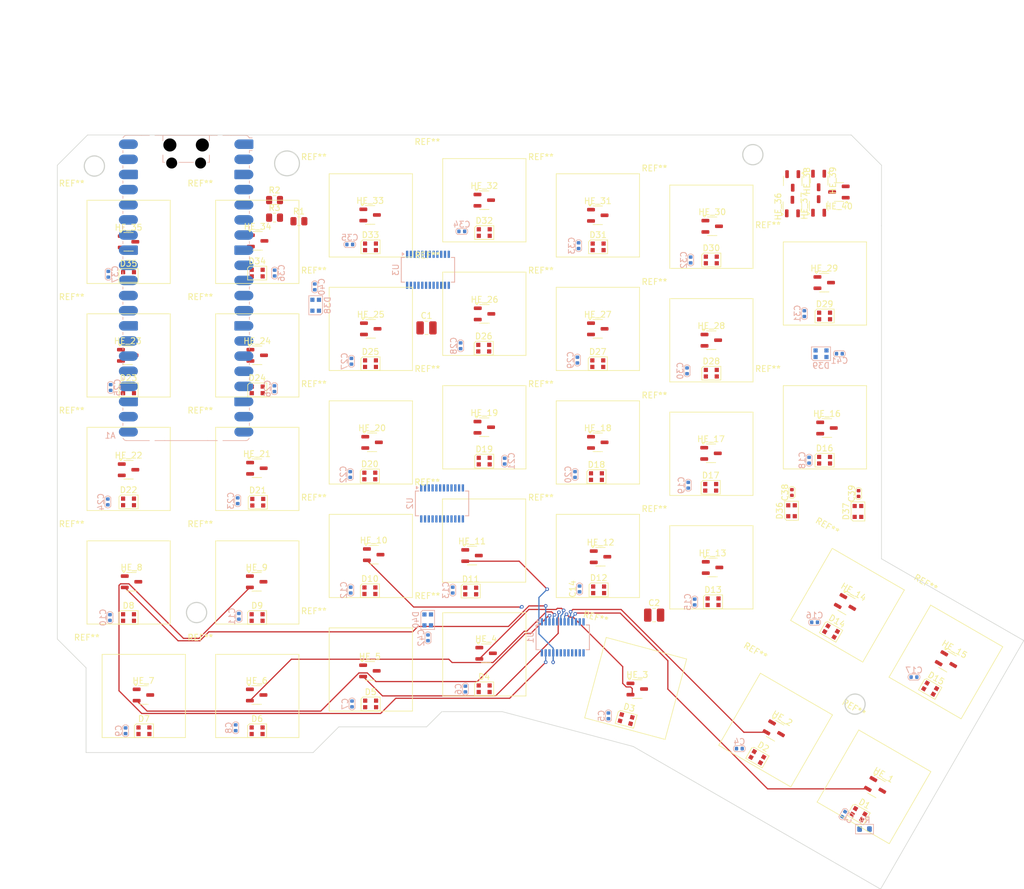
<source format=kicad_pcb>
(kicad_pcb (version 20241229) (generator "pcbnew") (generator_version "9.0")
  (layers (0 "F.Cu" signal) (2 "B.Cu" signal) (13 "F.Paste" user) (15 "B.Paste" user) (5 "F.SilkS" user "F.Silkscreen") (7 "B.SilkS" user "B.Silkscreen") (1 "F.Mask" user) (3 "B.Mask" user) (25 "Edge.Cuts" user))
  (net 0 "")
  (net 3 "/ANALOGUE_GND")
  (net 4 "GND")
  (net 5 "/MTP_BIN_0")
  (net 8 "/MTP_EN_2")
  (net 13 "/ANALOGUE_VIN")
  (net 14 "/MTP_EN_1")
  (net 18 "NEOPIXEL_DATA")
  (net 22 "/MTP_BIN_1")
  (net 23 "NEOPIXEL_POWER")
  (net 25 "/AN_SIG")
  (net 28 "/MTP_EN_0")
  (net 29 "/MTP_BIN_3")
  (net 30 "/MTP_BIN_2")
  (net 35 "Net-(HE_1-OUT)")
  (net 36 "Net-(HE_2-OUT)")
  (net 37 "Net-(HE_3-OUT)")
  (net 38 "Net-(HE_4-OUT)")
  (net 39 "Net-(HE_5-OUT)")
  (net 40 "Net-(HE_6-OUT)")
  (net 41 "Net-(HE_7-OUT)")
  (net 42 "Net-(HE_8-OUT)")
  (net 43 "Net-(HE_9-OUT)")
  (net 44 "Net-(HE_10-OUT)")
  (net 45 "Net-(HE_11-OUT)")
  (net 46 "Net-(HE_12-OUT)")
  (net 47 "Net-(HE_13-OUT)")
  (net 48 "Net-(HE_14-OUT)")
  (net 49 "Net-(HE_15-OUT)")
  (net 50 "Net-(HE_16-OUT)")
  (net 51 "Net-(HE_17-OUT)")
  (net 52 "Net-(HE_18-OUT)")
  (net 53 "Net-(HE_19-OUT)")
  (net 54 "Net-(HE_20-OUT)")
  (net 55 "Net-(HE_21-OUT)")
  (net 56 "Net-(HE_22-OUT)")
  (net 57 "Net-(HE_23-OUT)")
  (net 58 "Net-(HE_24-OUT)")
  (net 59 "Net-(HE_25-OUT)")
  (net 60 "Net-(HE_26-OUT)")
  (net 61 "Net-(HE_27-OUT)")
  (net 62 "Net-(HE_28-OUT)")
  (net 63 "Net-(HE_29-OUT)")
  (net 64 "Net-(HE_30-OUT)")
  (net 65 "Net-(HE_31-OUT)")
  (net 66 "Net-(HE_32-OUT)")
  (net 67 "Net-(HE_33-OUT)")
  (net 68 "Net-(HE_34-OUT)")
  (net 69 "Net-(HE_35-OUT)")
  (net 70 "Net-(HE_36-OUT)")
  (net 71 "Net-(HE_37-OUT)")
  (net 72 "Net-(HE_38-OUT)")
  (net 73 "Net-(HE_39-OUT)")
  (net 74 "Net-(HE_40-OUT)")
  (net 83 "Net-(D1-DOUT)")
  (net 84 "Net-(D1-DIN)")
  (net 85 "Net-(D3-DOUT)")
  (net 86 "Net-(D4-DOUT)")
  (net 87 "Net-(D5-DOUT)")
  (net 88 "Net-(D6-DOUT)")
  (net 89 "Net-(D7-DOUT)")
  (net 90 "Net-(D8-DOUT)")
  (net 91 "Net-(D10-DIN)")
  (net 92 "Net-(D10-DOUT)")
  (net 93 "Net-(D11-DOUT)")
  (net 94 "Net-(D12-DOUT)")
  (net 95 "Net-(D13-DOUT)")
  (net 96 "Net-(D14-DOUT)")
  (net 97 "Net-(D15-DOUT)")
  (net 98 "Net-(D16-DOUT)")
  (net 99 "Net-(D17-DOUT)")
  (net 100 "Net-(D18-DOUT)")
  (net 101 "Net-(D19-DOUT)")
  (net 102 "Net-(D20-DOUT)")
  (net 103 "Net-(D21-DOUT)")
  (net 104 "Net-(D22-DOUT)")
  (net 105 "Net-(D23-DOUT)")
  (net 106 "Net-(D24-DOUT)")
  (net 107 "Net-(D25-DOUT)")
  (net 108 "Net-(D26-DOUT)")
  (net 109 "Net-(D27-DOUT)")
  (net 110 "Net-(D28-DOUT)")
  (net 111 "Net-(D29-DOUT)")
  (net 112 "Net-(D30-DOUT)")
  (net 113 "Net-(D31-DOUT)")
  (net 114 "Net-(D32-DOUT)")
  (net 115 "Net-(D33-DOUT)")
  (net 116 "Net-(D34-DOUT)")
  (net 117 "Net-(D35-DOUT)")
  (net 118 "Net-(D36-DOUT)")
  (net 119 "Net-(D37-DOUT)")
  (net 120 "Net-(D38-DOUT)")
  (net 121 "Net-(D39-DOUT)")
  (net 123 "Net-(D2-DOUT)")
  (footprint "Package_TO_SOT_SMD:SOT-23-3" (layer "F.Cu") (at 107.790183 102.394942)
    (property "Reference" "HE_12")
    (property "Value" "~")
  )
  (footprint "he_kbd_footprint:SW_Cherry_MX_1.00u_ANALOGUE" (layer "F.Cu") (at 21.590183 99.694849)
    (property "Reference" "REF**")
    (property "Value" "SW_Cherry_MX_1.00u_ANALOGUE")
  )
  (footprint "Package_TO_SOT_SMD:SOT-23-3" (layer "F.Cu") (at 28.590183 49.54499)
    (property "Reference" "HE_35")
    (property "Value" "~")
  )
  (footprint "LED_SMD:LED_WS2812B-2020_PLCC4_2.0x2.0mm" (layer "F.Cu") (at 50.18013 54.794942)
    (property "Reference" "D34")
    (property "Value" "WS2812B-2020")
  )
  (footprint "Inductor_SMD:L_1008_2520Metric" (layer "F.Cu") (at 78.590183 63.994942)
    (property "Reference" "C1")
    (property "Value" "500u")
  )
  (footprint "Package_TO_SOT_SMD:SOT-23-3" (layer "F.Cu") (at 88.280037 80.659914)
    (property "Reference" "HE_19")
    (property "Value" "~")
  )
  (footprint "Package_TO_SOT_SMD:SOT-23-3" (layer "F.Cu") (at 69.127683 45.044942)
    (property "Reference" "HE_33")
    (property "Value" "~")
  )
  (footprint "Package_TO_SOT_SMD:SOT-23-3" (layer "F.Cu") (at 144.390183 39.257442 -90)
    (property "Reference" "HE_39")
    (property "Value" "~")
  )
  (footprint "LED_SMD:LED_WS2812B-2020_PLCC4_2.0x2.0mm" (layer "F.Cu") (at 126.275183 90.744942)
    (property "Reference" "D17")
    (property "Value" "WS2812B-2020")
  )
  (footprint "Package_TO_SOT_SMD:SOT-23-3" (layer "F.Cu") (at 107.329986 64.149954)
    (property "Reference" "HE_27")
    (property "Value" "~")
  )
  (footprint "he_kbd_footprint:SW_Cherry_MX_1.00u_ANALOGUE" (layer "F.Cu") (at 138.429893 73.659914)
    (property "Reference" "REF**")
    (property "Value" "SW_Cherry_MX_1.00u_ANALOGUE")
  )
  (footprint "LED_SMD:LED_WS2812B-2020_PLCC4_2.0x2.0mm" (layer "F.Cu") (at 69.075183 88.844942)
    (property "Reference" "D20")
    (property "Value" "WS2812B-2020")
  )
  (footprint "LED_SMD:LED_WS2812B-2020_PLCC4_2.0x2.0mm" (layer "F.Cu") (at 86.005183 108.144942)
    (property "Reference" "D11")
    (property "Value" "WS2812B-2020")
  )
  (footprint "LED_SMD:LED_WS2812B-2020_PLCC4_2.0x2.0mm" (layer "F.Cu") (at 28.590183 55.194942)
    (property "Reference" "D35")
    (property "Value" "WS2812B-2020")
  )
  (footprint "Package_TO_SOT_SMD:SOT-23-3" (layer "F.Cu") (at 107.329986 83.199907)
    (property "Reference" "HE_18")
    (property "Value" "~")
  )
  (footprint "Package_TO_SOT_SMD:SOT-23-3" (layer "F.Cu") (at 88.327683 61.644942)
    (property "Reference" "HE_26")
    (property "Value" "~")
  )
  (footprint "Package_TO_SOT_SMD:SOT-23-3" (layer "F.Cu") (at 86.227683 102.194942)
    (property "Reference" "HE_11")
    (property "Value" "~")
  )
  (footprint "LED_SMD:LED_WS2812B-2020_PLCC4_2.0x2.0mm" (layer "F.Cu") (at 28.590183 112.594942)
    (property "Reference" "D8")
    (property "Value" "WS2812B-2020")
  )
  (footprint "he_kbd_footprint:SW_Cherry_MX_1.00u_ANALOGUE" (layer "F.Cu") (at 21.590183 42.54499)
    (property "Reference" "REF**")
    (property "Value" "SW_Cherry_MX_1.00u_ANALOGUE")
  )
  (footprint "LED_SMD:LED_WS2812B-2020_PLCC4_2.0x2.0mm" (layer "F.Cu") (at 50.275183 93.244942)
    (property "Reference" "D21")
    (property "Value" "WS2812B-2020")
  )
  (footprint "Package_TO_SOT_SMD:SOT-23-3" (layer "F.Cu") (at 29.090183 106.594942)
    (property "Reference" "HE_8")
    (property "Value" "~")
  )
  (footprint "he_kbd_footprint:SW_Cherry_MX_1.00u_ANALOGUE" (layer "F.Cu") (at 100.329986 76.199907)
    (property "Reference" "REF**")
    (property "Value" "SW_Cherry_MX_1.00u_ANALOGUE")
  )
  (footprint "LED_SMD:LED_WS2812B-2020_PLCC4_2.0x2.0mm" (layer "F.Cu") (at 28.590183 74.394942)
    (property "Reference" "D23")
    (property "Value" "WS2812B-2020")
  )
  (footprint "he_kbd_footprint:SW_Cherry_MX_1.00u_ANALOGUE" (layer "F.Cu") (at 21.590183 80.644899)
    (property "Reference" "REF**")
    (property "Value" "SW_Cherry_MX_1.00u_ANALOGUE")
  )
  (footprint "Package_TO_SOT_SMD:SOT-23-3" (layer "F.Cu") (at 165.990183 119.994942 -30)
    (property "Reference" "HE_15")
    (property "Value" "~")
  )
  (footprint "Inductor_SMD:L_1008_2520Metric" (layer "F.Cu") (at 116.790183 112.194942)
    (property "Reference" "C2")
    (property "Value" "500u")
  )
  (footprint "LED_SMD:LED_WS2812B-2020_PLCC4_2.0x2.0mm" (layer "F.Cu") (at 126.379944 52.594942)
    (property "Reference" "D30")
    (property "Value" "WS2812B-2020")
  )
  (footprint "LED_SMD:LED_WS2812B-2020_PLCC4_2.0x2.0mm" (layer "F.Cu") (at 88.265019 124.544942)
    (property "Reference" "D4")
    (property "Value" "WS2812B-2020")
  )
  (footprint "PCM_Capacitor_SMD_AKL:C_0402_1005Metric" (layer "F.Cu") (at 139.905183 91.617988 90)
    (property "Reference" "C38")
    (property "Value" "1u" (hide yes))
  )
  (footprint "he_kbd_footprint:SW_Cherry_MX_1.00u_ANALOGUE" (layer "F.Cu") (at 119.379944 78.104906)
    (property "Reference" "REF**")
    (property "Value" "SW_Cherry_MX_1.00u_ANALOGUE")
  )
  (footprint "he_kbd_footprint:SW_Cherry_MX_1.00u_ANALOGUE" (layer "F.Cu") (at 43.18013 42.54499)
    (property "Reference" "REF**")
    (property "Value" "SW_Cherry_MX_1.00u_ANALOGUE")
  )
  (footprint "he_kbd_footprint:SW_Cherry_MX_1.00u_ANALOGUE" (layer "F.Cu") (at 43.18013 99.694849)
    (property "Reference" "REF**")
    (property "Value" "SW_Cherry_MX_1.00u_ANALOGUE")
  )
  (footprint "Package_TO_SOT_SMD:SOT-23-3" (layer "F.Cu") (at 139.990183 43.632442 90)
    (property "Reference" "HE_36")
    (property "Value" "~")
  )
  (footprint "Package_TO_SOT_SMD:SOT-23-3" (layer "F.Cu") (at 149.052683 110.394942 -30)
    (property "Reference" "HE_14")
    (property "Value" "~")
  )
  (footprint "Package_TO_SOT_SMD:SOT-23-3" (layer "F.Cu") (at 69.230083 64.149954)
    (property "Reference" "HE_25")
    (property "Value" "~")
  )
  (footprint "LED_SMD:LED_WS2812B-2020_PLCC4_2.0x2.0mm" (layer "F.Cu") (at 88.275183 86.344942)
    (property "Reference" "D19")
    (property "Value" "WS2812B-2020")
  )
  (footprint "LED_SMD:LED_WS2812B-2020_PLCC4_2.0x2.0mm" (layer "F.Cu") (at 145.390183 61.994942)
    (property "Reference" "D29")
    (property "Value" "WS2812B-2020")
  )
  (footprint "he_kbd_footprint:SW_Cherry_MX_1.00u_ANALOGUE" (layer "F.Cu") (at 81.280037 73.659914)
    (property "Reference" "REF**")
    (property "Value" "SW_Cherry_MX_1.00u_ANALOGUE")
  )
  (footprint "LED_SMD:LED_WS2812B-2020_PLCC4_2.0x2.0mm" (layer "F.Cu") (at 163.107596 124.528756 -30)
    (property "Reference" "D15")
    (property "Value" "WS2812B-2020")
  )
  (footprint "Package_TO_SOT_SMD:SOT-23-3" (layer "F.Cu") (at 31.090183 125.594942)
    (property "Reference" "HE_7")
    (property "Value" "~")
  )
  (footprint "he_kbd_footprint:SW_Cherry_MX_1.00u_ANALOGUE" (layer "F.Cu") (at 21.590183 61.594942)
    (property "Reference" "REF**")
    (property "Value" "SW_Cherry_MX_1.00u_ANALOGUE")
  )
  (footprint "he_kbd_footprint:SW_Cherry_MX_1.00u_ANALOGUE" (layer "F.Cu") (at 119.379944 40.004996)
    (property "Reference" "REF**")
    (property "Value" "SW_Cherry_MX_1.00u_ANALOGUE")
  )
  (footprint "LED_SMD:LED_WS2812B-2020_PLCC4_2.0x2.0mm" (layer "F.Cu") (at 69.190183 69.994942)
    (property "Reference" "D25")
    (property "Value" "WS2812B-2020")
  )
  (footprint "Package_TO_SOT_SMD:SOT-23-3" (layer "F.Cu") (at 126.527683 46.944942)
    (property "Reference" "HE_30")
    (property "Value" "~")
  )
  (footprint "LED_SMD:LED_WS2812B-2020_PLCC4_2.0x2.0mm" (layer "F.Cu") (at 50.165112 112.594942)
    (property "Reference" "D9")
    (property "Value" "WS2812B-2020")
  )
  (footprint "he_kbd_footprint:SW_Cherry_MX_1.00u_ANALOGUE" (layer "F.Cu") (at 119.379944 97.154855)
    (property "Reference" "REF**")
    (property "Value" "SW_Cherry_MX_1.00u_ANALOGUE")
  )
  (footprint "he_kbd_footprint:SW_Cherry_MX_1.00u_ANALOGUE" (layer "F.Cu") (at 62.230083 38.1)
    (property "Reference" "REF**")
    (property "Value" "SW_Cherry_MX_1.00u_ANALOGUE")
  )
  (footprint "he_kbd_footprint:SW_Cherry_MX_1.00u_ANALOGUE" (layer "F.Cu") (at 81.280037 35.560008)
    (property "Reference" "REF**")
    (property "Value" "SW_Cherry_MX_1.00u_ANALOGUE")
  )
  (footprint "LED_SMD:LED_WS2812B-2020_PLCC4_2.0x2.0mm" (layer "F.Cu") (at 69.215065 127.094942)
    (property "Reference" "D5")
    (property "Value" "WS2812B-2020")
  )
  (footprint "LED_SMD:LED_WS2812B-2020_PLCC4_2.0x2.0mm" (layer "F.Cu") (at 28.590183 93.194942)
    (property "Reference" "D22")
    (property "Value" "WS2812B-2020")
  )
  (footprint "Package_TO_SOT_SMD:SOT-23-3" (layer "F.Cu") (at 88.280037 42.560008)
    (property "Reference" "HE_32")
    (property "Value" "~")
  )
  (footprint "LED_SMD:LED_WS2812B-2020_PLCC4_2.0x2.0mm" (layer "F.Cu") (at 112.090183 129.644942 -15)
    (property "Reference" "D3")
    (property "Value" "WS2812B-2020")
  )
  (footprint "LED_SMD:LED_WS2812B-2020_PLCC4_2.0x2.0mm" (layer "F.Cu") (at 107.390183 50.394942)
    (property "Reference" "D31")
    (property "Value" "WS2812B-2020")
  )
  (footprint "he_kbd_footprint:SW_Cherry_MX_1.00u_ANALOGUE" (layer "F.Cu") (at 146.667099 100.947069 -30)
    (property "Reference" "REF**")
    (property "Value" "SW_Cherry_MX_1.00u_ANALOGUE")
  )
  (footprint "LED_SMD:LED_WS2812B-2020_PLCC4_2.0x2.0mm" (layer "F.Cu") (at 69.190183 50.394942)
    (property "Reference" "D33")
    (property "Value" "WS2812B-2020")
  )
  (footprint "he_kbd_footprint:SW_Cherry_MX_1.00u_ANALOGUE" (layer "F.Cu") (at 81.280037 54.60996)
    (property "Reference" "REF**")
    (property "Value" "SW_Cherry_MX_1.00u_ANALOGUE")
  )
  (footprint "he_kbd_footprint:SW_Cherry_MX_1.00u_ANALOGUE" (layer "F.Cu") (at 81.280037 111.759821)
    (property "Reference" "REF**")
    (property "Value" "SW_Cherry_MX_1.00u_ANALOGUE")
  )
  (footprint "Package_TO_SOT_SMD:SOT-23-3" (layer "F.Cu") (at 88.590183 118.594942)
    (property "Reference" "HE_4")
    (property "Value" "~")
  )
  (footprint "Package_TO_SOT_SMD:SOT-23-3" (layer "F.Cu") (at 126.327683 85.044942)
    (property "Reference" "HE_17")
    (property "Value" "~")
  )
  (footprint "Package_TO_SOT_SMD:SOT-23-3" (layer "F.Cu") (at 28.452683 68.594942)
    (property "Reference" "HE_23")
    (property "Value" "~")
  )
  (footprint "LED_SMD:LED_WS2812B-2020_PLCC4_2.0x2.0mm" (layer "F.Cu") (at 150.990183 94.794942 90)
    (property "Reference" "D37")
    (property "Value" "WS2812B-2020")
  )
  (footprint "Resistor_SMD:R_0805_2012Metric" (layer "F.Cu") (at 53.090183 45.49499)
    (property "Reference" "R3")
    (property "Value" "10k")
  )
  (footprint "LED_SMD:LED_WS2812B-2020_PLCC4_2.0x2.0mm" (layer "F.Cu") (at 126.675183 109.944942)
    (property "Reference" "D13")
    (property "Value" "WS2812B-2020")
  )
  (footprint "he_kbd_footprint:SW_Cherry_MX_1.00u_ANALOGUE" (layer "F.Cu") (at 62.230083 57.149954)
    (property "Reference" "REF**")
    (property "Value" "SW_Cherry_MX_1.00u_ANALOGUE")
  )
  (footprint "Package_TO_SOT_SMD:SOT-23-3" (layer "F.Cu") (at 69.452683 83.199907)
    (property "Reference" "HE_20")
    (property "Value" "~")
  )
  (footprint "LED_SMD:LED_WS2812B-2020_PLCC4_2.0x2.0mm" (layer "F.Cu") (at 31.175183 131.594942)
    (property "Reference" "D7")
    (property "Value" "WS2812B-2020")
  )
  (footprint "he_kbd_footprint:SW_Cherry_MX_1.00u_ANALOGUE" (layer "F.Cu") (at 62.230083 76.199907)
    (property "Reference" "REF**")
    (property "Value" "SW_Cherry_MX_1.00u_ANALOGUE")
  )
  (footprint "Package_TO_SOT_SMD:SOT-23-3" (layer "F.Cu") (at 145.327683 56.394942)
    (property "Reference" "HE_29")
    (property "Value" "~")
  )
  (footprint "Package_TO_SOT_SMD:SOT-23-3" (layer "F.Cu") (at 50.090183 125.594942)
    (property "Reference" "HE_6")
    (property "Value" "~")
  )
  (footprint "LED_SMD:LED_WS2812B-2020_PLCC4_2.0x2.0mm" (layer "F.Cu") (at 50.165112 131.594942)
    (property "Reference" "D6")
    (property "Value" "WS2812B-2020")
  )
  (footprint "Package_TO_SOT_SMD:SOT-23-3" (layer "F.Cu") (at 126.590183 104.194942)
    (property "Reference" "HE_13")
    (property "Value" "~")
  )
  (footprint "he_kbd_footprint:SW_Cherry_MX_1.00u_ANALOGUE" (layer "F.Cu") (at 163.177048 110.472048 -30)
    (property "Reference" "REF**")
    (property "Value" "SW_Cherry_MX_1.00u_ANALOGUE")
  )
  (footprint "LED_SMD:LED_WS2812B-2020_PLCC4_2.0x2.0mm" (layer "F.Cu") (at 146.475183 114.944942 -30)
    (property "Reference" "D14")
    (property "Value" "WS2812B-2020")
  )
  (footprint "LED_SMD:LED_WS2812B-2020_PLCC4_2.0x2.0mm" (layer "F.Cu") (at 69.090183 108.094942)
    (property "Reference" "D10")
    (property "Value" "WS2812B-2020")
  )
  (footprint "Package_TO_SOT_SMD:SOT-23-3" (layer "F.Cu") (at 126.379944 66.054949)
    (property "Reference" "HE_28")
    (property "Value" "~")
  )
  (footprint "Resistor_SMD:R_0805_2012Metric" (layer "F.Cu") (at 53.090183 42.54499)
    (property "Reference" "R2")
    (property "Value" "10k")
  )
  (footprint "he_kbd_footprint:SW_Cherry_MX_1.00u_ANALOGUE" (layer "F.Cu") (at 43.18013 118.744806)
    (property "Reference" "REF**")
    (property "Value" "SW_Cherry_MX_1.00u_ANALOGUE")
  )
  (footprint "LED_SMD:LED_WS2812B-2020_PLCC4_2.0x2.0mm" (layer "F.Cu") (at 151.090183 145.594942 -30)
    (property "Reference" "D1")
    (property "Value" "WS2812B-2020")
  )
  (footprint "he_kbd_footprint:SW_Cherry_MX_1.00u_ANALOGUE" (layer "F.Cu") (at 108.72467 115.905092 -15)
    (property "Reference" "REF**")
    (property "Value" "SW_Cherry_MX_1.00u_ANALOGUE")
  )
  (footprint "Package_TO_SOT_SMD:SOT-23-3" (layer "F.Cu") (at 69.727683 102.044942)
    (property "Reference" "HE_10")
    (property "Value" "~")
  )
  (footprint "Package_TO_SOT_SMD:SOT-23-3" (layer "F.Cu") (at 154.090183 141.094942 -30)
    (property "Reference" "HE_1")
    (property "Value" "~")
  )
  (footprint "LED_SMD:LED_WS2812B-2020_PLCC4_2.0x2.0mm" (layer "F.Cu") (at 107.105183 88.944942)
    (property "Reference" "D18")
    (property "Value" "WS2812B-2020")
  )
  (footprint "LED_SMD:LED_WS2812B-2020_PLCC4_2.0x2.0mm" (layer "F.Cu") (at 107.329986 69.994942)
    (property "Reference" "D27")
    (property "Value" "WS2812B-2020")
  )
  (footprint "Package_TO_SOT_SMD:SOT-23-3" (layer "F.Cu") (at 113.952683 124.594942)
    (property "Reference" "HE_3")
    (property "Value" "~")
  )
  (footprint "he_kbd_footprint:SW_Cherry_MX_1.00u_ANALOGUE" (layer "F.Cu") (at 100.329986 95.249864)
    (property "Reference" "REF**")
    (property "Value" "SW_Cherry_MX_1.00u_ANALOGUE")
  )
  (footprint "Package_TO_SOT_SMD:SOT-23-3" (layer "F.Cu") (at 28.590183 87.794942)
    (property "Reference" "HE_22")
    (property "Value" "~")
  )
  (footprint "LED_SMD:LED_WS2812B-2020_PLCC4_2.0x2.0mm" (layer "F.Cu") (at 88.190183 67.394942)
    (property "Reference" "D26")
    (property "Value" "WS2812B-2020")
  )
  (footprint "Package_TO_SOT_SMD:SOT-23-3" (layer "F.Cu") (at 69.090183 121.544942)
    (property "Reference" "HE_5")
    (property "Value" "~")
  )
  (footprint "he_kbd_footprint:SW_Cherry_MX_1.00u_ANALOGUE" (layer "F.Cu") (at 81.240183 92.669942)
    (property "Reference" "REF**")
    (property "Value" "SW_Cherry_MX_1.00u_ANALOGUE")
  )
  (footprint "LED_SMD:LED_WS2812B-2020_PLCC4_2.0x2.0mm" (layer "F.Cu") (at 107.475183 107.944942)
    (property "Reference" "D12")
    (property "Value" "WS2812B-2020")
  )
  (footprint "Package_TO_SOT_SMD:SOT-23-3" (layer "F.Cu") (at 107.329986 45.1)
    (property "Reference" "HE_31")
    (property "Value" "~")
  )
  (footprint "Package_TO_SOT_SMD:SOT-23-3" (layer "F.Cu") (at 147.790183 41.194942 180)
    (property "Reference" "HE_40")
    (property "Value" "~")
  )
  (footprint "he_kbd_footprint:SW_Cherry_MX_1.00u_ANALOGUE" (layer "F.Cu") (at 100.329986 57.149954)
    (property "Reference" "REF**")
    (property "Value" "SW_Cherry_MX_1.00u_ANALOGUE")
  )
  (footprint "he_kbd_footprint:SW_Cherry_MX_1.00u_ANALOGUE" (layer "F.Cu") (at 100.329986 38.1)
    (property "Reference" "REF**")
    (property "Value" "SW_Cherry_MX_1.00u_ANALOGUE")
  )
  (footprint "Package_TO_SOT_SMD:SOT-23-3" (layer "F.Cu") (at 50.127683 87.544942)
    (property "Reference" "HE_21")
    (property "Value" "~")
  )
  (footprint "he_kbd_footprint:SW_Cherry_MX_1.00u_ANALOGUE" (layer "F.Cu") (at 24.130176 118.744806)
    (property "Reference" "REF**")
    (property "Value" "SW_Cherry_MX_1.00u_ANALOGUE")
  )
  (footprint "Package_TO_SOT_SMD:SOT-23-3" (layer "F.Cu") (at 145.790183 80.794942)
    (property "Reference" "HE_16")
    (property "Value" "~")
  )
  (footprint "LED_SMD:LED_WS2812B-2020_PLCC4_2.0x2.0mm" (layer "F.Cu") (at 50.190183 74.394942)
    (property "Reference" "D24")
    (property "Value" "WS2812B-2020")
  )
  (footprint "he_kbd_footprint:SW_Cherry_MX_1.00u_ANALOGUE" (layer "F.Cu") (at 62.230083 95.249864)
    (property "Reference" "REF**")
    (property "Value" "SW_Cherry_MX_1.00u_ANALOGUE")
  )
  (footprint "Resistor_SMD:R_0805_2012Metric" (layer "F.Cu") (at 57.177683 46.094942)
    (property "Reference" "R1")
    (property "Value" "10k")
  )
  (footprint "he_kbd_footprint:SW_Cherry_MX_1.00u_ANALOGUE" (layer "F.Cu") (at 119.379944 59.054949)
    (property "Reference" "REF**")
    (property "Value" "SW_Cherry_MX_1.00u_ANALOGUE")
  )
  (footprint "he_kbd_footprint:SW_Cherry_MX_1.00u_ANALOGUE" (layer "F.Cu") (at 138.429893 49.529972)
    (property "Reference" "REF**")
    (property "Value" "SW_Cherry_MX_1.00u_ANALOGUE")
  )
  (footprint "Package_TO_SOT_SMD:SOT-23-3" (layer "F.Cu") (at 144.390183 43.532442 90)
    (property "Reference" "HE_37")
    (property "Value" "~")
  )
  (footprint "LED_SMD:LED_WS2812B-2020_PLCC4_2.0x2.0mm" (layer "F.Cu") (at 139.840183 94.679942 90)
    (property "Reference" "D36")
    (property "Value" "WS2812B-2020")
  )
  (footprint "Package_TO_SOT_SMD:SOT-23-3" (layer "F.Cu") (at 137.090183 131.594942 -30)
    (property "Reference" "HE_2")
    (property "Value" "~")
  )
  (footprint "Package_TO_SOT_SMD:SOT-23-3" (layer "F.Cu") (at 140.040183 39.332442 -90)
    (property "Reference" "HE_38")
    (property "Value" "~")
  )
  (footprint "Package_TO_SOT_SMD:SOT-23-3" (layer "F.Cu") (at 50.090183 106.594942)
    (property "Reference" "HE_9")
    (property "Value" "~")
  )
  (footprint "LED_SMD:LED_WS2812B-2020_PLCC4_2.0x2.0mm" (layer "F.Cu") (at 145.390183 86.194942)
    (property "Reference" "D16")
    (property "Value" "WS2812B-2020")
  )
  (footprint "he_kbd_footprint:SW_Cherry_MX_1.00u_ANALOGUE" (layer "F.Cu") (at 134.602127 121.902017 -30)
    (property "Reference" "REF**")
    (property "Value" "SW_Cherry_MX_1.00u_ANALOGUE")
  )
  (footprint "he_kbd_footprint:SW_Cherry_MX_1.00u_ANALOGUE" (layer "F.Cu") (at 43.18013 80.644899)
    (property "Reference" "REF**")
    (property "Value" "SW_Cherry_MX_1.00u_ANALOGUE")
  )
  (footprint "LED_SMD:LED_WS2812B-2020_PLCC4_2.0x2.0mm" (layer "F.Cu") (at 126.379944 71.594942)
    (property "Reference" "D28")
    (property "Value" "WS2812B-2020")
  )
  (footprint "he_kbd_footprint:SW_Cherry_MX_1.00u_ANALOGUE" (layer "F.Cu") (at 43.18013 61.594942)
    (property "Reference" "REF**")
    (property "Value" "SW_Cherry_MX_1.00u_ANALOGUE")
  )
  (footprint "he_kbd_footprint:SW_Cherry_MX_1.00u_ANALOGUE" (layer "F.Cu") (at 62.230083 114.299814)
    (property "Reference" "REF**")
    (property "Value" "SW_Cherry_MX_1.00u_ANALOGUE")
  )
  (footprint "LED_SMD:LED_WS2812B-2020_PLCC4_2.0x2.0mm" (layer "F.Cu") (at 134.107596 136.028756 -30)
    (property "Reference" "D2")
    (property "Value" "WS2812B-2020")
  )
  (footprint "PCM_Capacitor_SMD_AKL:C_0402_1005Metric" (layer "F.Cu") (at 151.090183 91.789942 90)
    (property "Reference" "C39")
    (property "Value" "1u" (hide yes))
  )
  (footprint "he_kbd_footprint:SW_Cherry_MX_1.00u_ANALOGUE" (layer "F.Cu") (at 151.112076 131.426996 -30)
    (property "Reference" "REF**")
    (property "Value" "SW_Cherry_MX_1.00u_ANALOGUE")
  )
  (footprint "LED_SMD:LED_WS2812B-2020_PLCC4_2.0x2.0mm" (layer "F.Cu") (at 88.280037 47.994942)
    (property "Reference" "D32")
    (property "Value" "WS2812B-2020")
  )
  (footprint "Package_TO_SOT_SMD:SOT-23-3" (layer "F.Cu") (at 50.18013 68.594942)
    (property "Reference" "HE_24")
    (property "Value" "~")
  )
  (footprint "Package_TO_SOT_SMD:SOT-23-3" (layer "F.Cu") (at 50.252683 49.394942)
    (property "Reference" "HE_34")
    (property "Value" "~")
  )
  (footprint "PCM_Capacitor_SMD_AKL:C_0402_1005Metric" (layer "B.Cu") (at 82.990183 107.994942 -90)
    (property "Reference" "C13")
    (property "Value" "1u" (hide yes))
  )
  (footprint "PCM_Capacitor_SMD_AKL:C_0402_1005Metric" (layer "B.Cu") (at 25.190183 54.994942 90)
    (property "Reference" "C37")
    (property "Value" "1u" (hide yes))
  )
  (footprint "Package_SO:SSOP-24_3.9x8.7mm_P0.635mm" (layer "B.Cu") (at 81.197683 93.444942 -90)
    (property "Reference" "U2")
    (property "Value" "CD74HC4067M")
  )
  (footprint "LED_SMD:LED_WS2812B-2020_PLCC4_2.0x2.0mm" (layer "B.Cu") (at 59.990183 60.194942 90)
    (property "Reference" "D38")
    (property "Value" "WS2812B-2020")
  )
  (footprint "PCM_Capacitor_SMD_AKL:C_0402_1005Metric" (layer "B.Cu") (at 53.110183 54.794942 90)
    (property "Reference" "C36")
    (property "Value" "1u" (hide yes))
  )
  (footprint "PCM_Capacitor_SMD_AKL:C_0402_1005Metric" (layer "B.Cu") (at 25.590183 73.994942 90)
    (property "Reference" "C25")
    (property "Value" "1u" (hide yes))
  )
  (footprint "PCM_Capacitor_SMD_AKL:C_0402_1005Metric" (layer "B.Cu") (at 104.270183 107.794942 -90)
    (property "Reference" "C14")
    (property "Value" "1u" (hide yes))
  )
  (footprint "PCM_Capacitor_SMD_AKL:C_0402_1005Metric" (layer "B.Cu") (at 85.110183 124.594942 -90)
    (property "Reference" "C6")
    (property "Value" "1u" (hide yes))
  )
  (footprint "PCM_Capacitor_SMD_AKL:C_0402_1005Metric" (layer "B.Cu") (at 141.990183 61.594942 -90)
    (property "Reference" "C31")
    (property "Value" "1u" (hide yes))
  )
  (footprint "PCM_Capacitor_SMD_AKL:C_0402_1005Metric" (layer "B.Cu") (at 65.990183 69.594942 -90)
    (property "Reference" "C27")
    (property "Value" "1u" (hide yes))
  )
  (footprint "PCM_Capacitor_SMD_AKL:C_0402_1005Metric" (layer "B.Cu") (at 103.510183 88.594942 -90)
    (property "Reference" "C20")
    (property "Value" "1u" (hide yes))
  )
  (footprint "PCM_Capacitor_SMD_AKL:C_0402_1005Metric" (layer "B.Cu") (at 59.840183 57.109942 90)
    (property "Reference" "C40")
    (property "Value" "1u" (hide yes))
  )
  (footprint "PCM_Capacitor_SMD_AKL:C_0402_1005Metric" (layer "B.Cu") (at 25.470183 112.594942 -90)
    (property "Reference" "C10")
    (property "Value" "1u" (hide yes))
  )
  (footprint "PCM_Capacitor_SMD_AKL:C_0402_1005Metric" (layer "B.Cu") (at 122.510183 90.394942 -90)
    (property "Reference" "C19")
    (property "Value" "1u" (hide yes))
  )
  (footprint "PCM_Capacitor_SMD_AKL:C_0402_1005Metric" (layer "B.Cu") (at 78.840183 115.999942 -90)
    (property "Reference" "C42")
    (property "Value" "1u" (hide yes))
  )
  (footprint "PCM_Capacitor_SMD_AKL:C_0402_1005Metric" (layer "B.Cu") (at 148.590183 145.594942 60)
    (property "Reference" "C3")
    (property "Value" "1u" (hide yes))
  )
  (footprint "PCM_Capacitor_SMD_AKL:C_0402_1005Metric" (layer "B.Cu") (at 84.510183 47.794942 180)
    (property "Reference" "C34")
    (property "Value" "1u" (hide yes))
  )
  (footprint "LED_SMD:LED_WS2812B-2020_PLCC4_2.0x2.0mm" (layer "B.Cu") (at 144.790183 68.329942)
    (property "Reference" "D39")
    (property "Value" "WS2812B-2020")
  )
  (footprint "Module:RaspberryPi_Pico_Common_SMD" (layer "B.Cu") (at 38.252947 57.299808 180)
    (property "Reference" "A1")
    (property "Value" "RaspberryPi_Pico")
  )
  (footprint "PCM_Capacitor_SMD_AKL:C_0402_1005Metric" (layer "B.Cu") (at 142.790183 86.194942 -90)
    (property "Reference" "C18")
    (property "Value" "1u" (hide yes))
  )
  (footprint "Package_SO:SSOP-24_3.9x8.7mm_P0.635mm" (layer "B.Cu") (at 78.832683 54.244942 -90)
    (property "Reference" "U3")
    (property "Value" "CD74HC4067M")
  )
  (footprint "PCM_Capacitor_SMD_AKL:C_0402_1005Metric" (layer "B.Cu") (at 65.870183 107.994942 -90)
    (property "Reference" "C12")
    (property "Value" "1u" (hide yes))
  )
  (footprint "PCM_Resistor_SMD_AKL:R_0603_1608Metric" (layer "B.Cu") (at 152.090183 148.094942 180)
    (property "Reference" "R4")
    (property "Value" "400" (hide yes))
  )
  (footprint "PCM_Capacitor_SMD_AKL:C_0402_1005Metric" (layer "B.Cu") (at 91.710183 86.344942 90)
    (property "Reference" "C21")
    (property "Value" "1u" (hide yes))
  )
  (footprint "PCM_Capacitor_SMD_AKL:C_0402_1005Metric" (layer "B.Cu") (at 109.110183 129.094942 -90)
    (property "Reference" "C5")
    (property "Value" "1u" (hide yes))
  )
  (footprint "PCM_Capacitor_SMD_AKL:C_0402_1005Metric" (layer "B.Cu") (at 131.090183 134.594942 180)
    (property "Reference" "C4")
    (property "Value" "1u" (hide yes))
  )
  (footprint "PCM_Capacitor_SMD_AKL:C_0402_1005Metric" (layer "B.Cu") (at 103.910183 69.394942 -90)
    (property "Reference" "C29")
    (property "Value" "1u" (hide yes))
  )
  (footprint "PCM_Capacitor_SMD_AKL:C_0402_1005Metric" (layer "B.Cu") (at 47.110183 112.394942 -90)
    (property "Reference" "C11")
    (property "Value" "1u" (hide yes))
  )
  (footprint "PCM_Capacitor_SMD_AKL:C_0402_1005Metric" (layer "B.Cu") (at 147.875183 68.329942)
    (property "Reference" "C41")
    (property "Value" "1u" (hide yes))
  )
  (footprint "PCM_Capacitor_SMD_AKL:C_0402_1005Metric" (layer "B.Cu") (at 122.910183 52.594942 -90)
    (property "Reference" "C32")
    (property "Value" "1u" (hide yes))
  )
  (footprint "PCM_Capacitor_SMD_AKL:C_0402_1005Metric" (layer "B.Cu") (at 53.070183 74.194942 -90)
    (property "Reference" "C26")
    (property "Value" "1u" (hide yes))
  )
  (footprint "PCM_Capacitor_SMD_AKL:C_0402_1005Metric" (layer "B.Cu") (at 65.790183 88.594942 -90)
    (property "Reference" "C22")
    (property "Value" "1u" (hide yes))
  )
  (footprint "PCM_Capacitor_SMD_AKL:C_0402_1005Metric" (layer "B.Cu") (at 123.590183 109.994942 -90)
    (property "Reference" "C15")
    (property "Value" "1u" (hide yes))
  )
  (footprint "PCM_Capacitor_SMD_AKL:C_0402_1005Metric" (layer "B.Cu") (at 66.090183 127.094942 -90)
    (property "Reference" "C7")
    (property "Value" "1u" (hide yes))
  )
  (footprint "PCM_Capacitor_SMD_AKL:C_0402_1005Metric" (layer "B.Cu") (at 104.110183 50.194942 -90)
    (property "Reference" "C33")
    (property "Value" "1u" (hide yes))
  )
  (footprint "PCM_Capacitor_SMD_AKL:C_0402_1005Metric" (layer "B.Cu") (at 46.910183 92.994942 -90)
    (property "Reference" "C23")
    (property "Value" "1u" (hide yes))
  )
  (footprint "PCM_Capacitor_SMD_AKL:C_0402_1005Metric" (layer "B.Cu") (at 122.310183 71.194942 -90)
    (property "Reference" "C30")
    (property "Value" "1u" (hide yes))
  )
  (footprint "LED_SMD:LED_WS2812B-2020_PLCC4_2.0x2.0mm" (layer "B.Cu") (at 78.790183 112.994942 -90)
    (property "Reference" "D40")
    (property "Value" "WS2812B-2020")
  )
  (footprint "PCM_Capacitor_SMD_AKL:C_0402_1005Metric" (layer "B.Cu") (at 84.310183 66.994942 -90)
    (property "Reference" "C28")
    (property "Value" "1u" (hide yes))
  )
  (footprint "PCM_Capacitor_SMD_AKL:C_0402_1005Metric" (layer "B.Cu") (at 46.570183 131.094942 -90)
    (property "Reference" "C8")
    (property "Value" "1u" (hide yes))
  )
  (footprint "PCM_Capacitor_SMD_AKL:C_0402_1005Metric" (layer "B.Cu") (at 65.710183 49.994942 180)
    (property "Reference" "C35")
    (property "Value" "1u" (hide yes))
  )
  (footprint "PCM_Capacitor_SMD_AKL:C_0402_1005Metric" (layer "B.Cu") (at 143.710183 113.394942 180)
    (property "Reference" "C16")
    (property "Value" "1u" (hide yes))
  )
  (footprint "PCM_Capacitor_SMD_AKL:C_0402_1005Metric" (layer "B.Cu") (at 160.390183 122.594942 180)
    (property "Reference" "C17")
    (property "Value" "1u" (hide yes))
  )
  (footprint "PCM_Capacitor_SMD_AKL:C_0402_1005Metric" (layer "B.Cu") (at 25.110183 93.194942 -90)
    (property "Reference" "C24")
    (property "Value" "1u" (hide yes))
  )
  (footprint "Package_SO:SSOP-24_3.9x8.7mm_P0.635mm" (layer "B.Cu") (at 101.447683 115.919942 -90)
    (property "Reference" "U1")
    (property "Value" "CD74HC4067M")
  )
  (footprint "PCM_Capacitor_SMD_AKL:C_0402_1005Metric" (layer "B.Cu") (at 28.090183 131.594942 -90)
    (property "Reference" "C9")
    (property "Value" "1u" (hide yes))
  )
  (gr_poly (pts (xy 40.09294 110.067903) (xy 40.178988 110.074446) (xy 40.263785 110.085221) (xy 40.347225 110.100122) (xy 40.429201 110.119042) (xy 40.509606 110.141874) (xy 40.588334 110.168513) (xy 40.665279 110.198851) (xy 40.740334 110.232782) (xy 40.813393 110.270201) (xy 40.884349 110.310999) (xy 40.953095 110.355072) (xy 41.019526 110.402311) (xy 41.083535 110.452612) (xy 41.145015 110.505867) (xy 41.20386 110.56197) (xy 41.259963 110.620815) (xy 41.313219 110.682295) (xy 41.36352 110.746303) (xy 41.41076 110.812734) (xy 41.454832 110.881481) (xy 41.495631 110.952436) (xy 41.533049 111.025495) (xy 41.566981 111.100549) (xy 41.597319 111.177494) (xy 41.623958 111.256222) (xy 41.64679 111.336627) (xy 41.66571 111.418602) (xy 41.680611 111.502042) (xy 41.691386 111.586839) (xy 41.697929 111.672887) (xy 41.700134 111.76008) (xy 41.697929 111.847272) (xy 41.691386 111.93332) (xy 41.680611 112.018116) (xy 41.66571 112.101556) (xy 41.64679 112.183531) (xy 41.623958 112.263935) (xy 41.597319 112.342663) (xy 41.566981 112.419608) (xy 41.533049 112.494662) (xy 41.495631 112.567721) (xy 41.454832 112.638676) (xy 41.41076 112.707423) (xy 41.36352 112.773853) (xy 41.313219 112.837862) (xy 41.259963 112.899342) (xy 41.20386 112.958187) (xy 41.145015 113.01429) (xy 41.083535 113.067546) (xy 41.019526 113.117847) (xy 40.953095 113.165087) (xy 40.884349 113.209159) (xy 40.813393 113.249958) (xy 40.740334 113.287376) (xy 40.665279 113.321308) (xy 40.588334 113.351647) (xy 40.509606 113.378285) (xy 40.429201 113.401118) (xy 40.347225 113.420038) (xy 40.263785 113.434939) (xy 40.178988 113.445714) (xy 40.09294 113.452257) (xy 40.005747 113.454462) (xy 39.918554 113.452257) (xy 39.832506 113.445714) (xy 39.747708 113.434939) (xy 39.664269 113.420038) (xy 39.582293 113.401118) (xy 39.501888 113.378285) (xy 39.42316 113.351647) (xy 39.346215 113.321308) (xy 39.27116 113.287376) (xy 39.198102 113.249958) (xy 39.127146 113.209159) (xy 39.0584 113.165087) (xy 38.991969 113.117847) (xy 38.92796 113.067546) (xy 38.86648 113.01429) (xy 38.807635 112.958187) (xy 38.751532 112.899342) (xy 38.698276 112.837862) (xy 38.647975 112.773853) (xy 38.600736 112.707423) (xy 38.556663 112.638676) (xy 38.515864 112.567721) (xy 38.478446 112.494662) (xy 38.444514 112.419608) (xy 38.414176 112.342663) (xy 38.387537 112.263935) (xy 38.364705 112.183531) (xy 38.345785 112.101556) (xy 38.330884 112.018116) (xy 38.320109 111.93332) (xy 38.313566 111.847272) (xy 38.311361 111.76008) (xy 38.313566 111.672887) (xy 38.320109 111.586839) (xy 38.330884 111.502042) (xy 38.345785 111.418602) (xy 38.364705 111.336627) (xy 38.387537 111.256222) (xy 38.414176 111.177494) (xy 38.444514 111.100549) (xy 38.478446 111.025495) (xy 38.515864 110.952436) (xy 38.556663 110.881481) (xy 38.600736 110.812734) (xy 38.647975 110.746303) (xy 38.698276 110.682295) (xy 38.751532 110.620815) (xy 38.807635 110.56197) (xy 38.86648 110.505867) (xy 38.92796 110.452612) (xy 38.991969 110.402311) (xy 39.0584 110.355072) (xy 39.127146 110.310999) (xy 39.198102 110.270201) (xy 39.27116 110.232782) (xy 39.346215 110.198851) (xy 39.42316 110.168513) (xy 39.501888 110.141874) (xy 39.582293 110.119042) (xy 39.664269 110.100122) (xy 39.747708 110.085221) (xy 39.832506 110.074446) (xy 39.918554 110.067903) (xy 40.005747 110.065698)) (stroke (width 0.199999)) (fill no) (layer "Edge.Cuts"))
  (gr_line (start 154.93985 36.703004) (end 149.859863 31.623017) (stroke (width 0.099999)) (layer "Edge.Cuts"))
  (gr_line (start 149.859863 31.623017) (end 21.717182 31.623017) (stroke (width 0.099999)) (layer "Edge.Cuts"))
  (gr_line (start 16.637195 36.703004) (end 16.637195 40.004996) (stroke (width 0.099999)) (layer "Edge.Cuts"))
  (gr_curve (pts (xy 59.563087 135.254762) (xy 61.002418 133.815431) (xy 62.441749 132.376108) (xy 63.881077 130.936777)) (stroke (width 0.099999)) (layer "Edge.Cuts"))
  (gr_poly (pts (xy 22.947982 35.138) (xy 23.03403 35.144543) (xy 23.118827 35.155318) (xy 23.202267 35.170219) (xy 23.284243 35.189139) (xy 23.364648 35.211972) (xy 23.443376 35.23861) (xy 23.520321 35.268949) (xy 23.595375 35.30288) (xy 23.668434 35.340298) (xy 23.73939 35.381097) (xy 23.808136 35.42517) (xy 23.874567 35.47241) (xy 23.938576 35.522711) (xy 24.000056 35.575966) (xy 24.058901 35.632069) (xy 24.115005 35.690914) (xy 24.16826 35.752394) (xy 24.218561 35.816403) (xy 24.265801 35.882834) (xy 24.309873 35.95158) (xy 24.350672 36.022536) (xy 24.388091 36.095595) (xy 24.422022 36.170649) (xy 24.452361 36.247594) (xy 24.478999 36.326322) (xy 24.501832 36.406727) (xy 24.520752 36.488703) (xy 24.535652 36.572143) (xy 24.546428 36.65694) (xy 24.552971 36.742988) (xy 24.555176 36.830181) (xy 24.552971 36.917374) (xy 24.546428 37.003422) (xy 24.535652 37.088219) (xy 24.520752 37.171659) (xy 24.501832 37.253635) (xy 24.478999 37.33404) (xy 24.452361 37.412768) (xy 24.422022 37.489713) (xy 24.388091 37.564768) (xy 24.350672 37.637826) (xy 24.309873 37.708782) (xy 24.265801 37.777529) (xy 24.218561 37.84396) (xy 24.16826 37.907968) (xy 24.115005 37.969448) (xy 24.058901 38.028293) (xy 24.000056 38.084397) (xy 23.938576 38.137652) (xy 23.874567 38.187953) (xy 23.808136 38.235193) (xy 23.73939 38.279265) (xy 23.668434 38.320064) (xy 23.595375 38.357483) (xy 23.520321 38.391414) (xy 23.443376 38.421752) (xy 23.364648 38.448391) (xy 23.284243 38.471224) (xy 23.202267 38.490143) (xy 23.118827 38.505044) (xy 23.03403 38.515819) (xy 22.947982 38.522363) (xy 22.860789 38.524567) (xy 22.773596 38.522363) (xy 22.687548 38.515819) (xy 22.602751 38.505044) (xy 22.519311 38.490143) (xy 22.437335 38.471224) (xy 22.35693 38.448391) (xy 22.278202 38.421752) (xy 22.201257 38.391414) (xy 22.126202 38.357483) (xy 22.053144 38.320064) (xy 21.982188 38.279265) (xy 21.913441 38.235193) (xy 21.84701 38.187953) (xy 21.783002 38.137652) (xy 21.721522 38.084397) (xy 21.662677 38.028293) (xy 21.606573 37.969448) (xy 21.553318 37.907968) (xy 21.503017 37.84396) (xy 21.455777 37.777529) (xy 21.411704 37.708782) (xy 21.370906 37.637826) (xy 21.333487 37.564768) (xy 21.299555 37.489713) (xy 21.269217 37.412768) (xy 21.242578 37.33404) (xy 21.219746 37.253635) (xy 21.200826 37.171659) (xy 21.185925 37.088219) (xy 21.17515 37.003422) (xy 21.168607 36.917374) (xy 21.166402 36.830181) (xy 21.168607 36.742988) (xy 21.17515 36.65694) (xy 21.185925 36.572143) (xy 21.200826 36.488703) (xy 21.219746 36.406727) (xy 21.242578 36.326322) (xy 21.269217 36.247594) (xy 21.299555 36.170649) (xy 21.333487 36.095595) (xy 21.370906 36.022536) (xy 21.411704 35.95158) (xy 21.455777 35.882834) (xy 21.503017 35.816403) (xy 21.553318 35.752394) (xy 21.606573 35.690914) (xy 21.662677 35.632069) (xy 21.721522 35.575966) (xy 21.783002 35.522711) (xy 21.84701 35.47241) (xy 21.913441 35.42517) (xy 21.982188 35.381097) (xy 22.053144 35.340298) (xy 22.126202 35.30288) (xy 22.201257 35.268949) (xy 22.278202 35.23861) (xy 22.35693 35.211972) (xy 22.437335 35.189139) (xy 22.519311 35.170219) (xy 22.602751 35.155318) (xy 22.687548 35.144543) (xy 22.773596 35.138) (xy 22.860789 35.135795)) (stroke (width 0.199999)) (fill no) (layer "Edge.Cuts"))
  (gr_poly (pts (xy 150.582569 125.434862) (xy 150.668616 125.441405) (xy 150.753413 125.45218) (xy 150.836852 125.467081) (xy 150.918827 125.486001) (xy 150.999232 125.508833) (xy 151.077959 125.535472) (xy 151.154904 125.565811) (xy 151.229959 125.599742) (xy 151.303017 125.637161) (xy 151.373973 125.67796) (xy 151.442719 125.722032) (xy 151.50915 125.769272) (xy 151.573158 125.819573) (xy 151.634638 125.872829) (xy 151.693483 125.928932) (xy 151.749587 125.987777) (xy 151.802842 126.049257) (xy 151.853143 126.113265) (xy 151.900383 126.179696) (xy 151.944455 126.248443) (xy 151.985254 126.319398) (xy 152.022673 126.392456) (xy 152.056604 126.467511) (xy 152.086943 126.544456) (xy 152.113582 126.623183) (xy 152.136414 126.703588) (xy 152.155334 126.785563) (xy 152.170235 126.869002) (xy 152.18101 126.953799) (xy 152.187553 127.039846) (xy 152.189758 127.127039) (xy 152.187553 127.214232) (xy 152.18101 127.30028) (xy 152.170235 127.385077) (xy 152.155334 127.468517) (xy 152.136414 127.550492) (xy 152.113582 127.630897) (xy 152.086943 127.709626) (xy 152.056604 127.786571) (xy 152.022673 127.861626) (xy 151.985254 127.934684) (xy 151.944455 128.00564) (xy 151.900383 128.074387) (xy 151.853143 128.140818) (xy 151.802842 128.204827) (xy 151.749587 128.266307) (xy 151.693483 128.325152) (xy 151.634638 128.381256) (xy 151.573158 128.434511) (xy 151.50915 128.484812) (xy 151.442719 128.532052) (xy 151.373973 128.576125) (xy 151.303017 128.616924) (xy 151.229959 128.654342) (xy 151.154904 128.688274) (xy 151.077959 128.718613) (xy 150.999232 128.745251) (xy 150.918827 128.768084) (xy 150.836852 128.787004) (xy 150.753413 128.801905) (xy 150.668616 128.81268) (xy 150.582569 128.819223) (xy 150.495376 128.821428) (xy 150.408183 128.819223) (xy 150.322134 128.81268) (xy 150.237336 128.801905) (xy 150.153896 128.787004) (xy 150.07192 128.768084) (xy 149.991514 128.745251) (xy 149.912785 128.718613) (xy 149.83584 128.688274) (xy 149.760785 128.654342) (xy 149.687726 128.616924) (xy 149.616769 128.576125) (xy 149.548022 128.532052) (xy 149.481591 128.484812) (xy 149.417582 128.434511) (xy 149.356102 128.381256) (xy 149.297256 128.325152) (xy 149.241153 128.266307) (xy 149.187897 128.204827) (xy 149.137596 128.140818) (xy 149.090355 128.074387) (xy 149.046283 128.00564) (xy 149.005484 127.934684) (xy 148.968065 127.861626) (xy 148.934133 127.786571) (xy 148.903795 127.709626) (xy 148.877156 127.630897) (xy 148.854323 127.550492) (xy 148.835403 127.468517) (xy 148.820503 127.385077) (xy 148.809727 127.30028) (xy 148.803184 127.214232) (xy 148.800979 127.127039) (xy 148.803184 127.039846) (xy 148.809727 126.953799) (xy 148.820503 126.869002) (xy 148.835403 126.785563) (xy 148.854323 126.703588) (xy 148.877156 126.623183) (xy 148.903795 126.544456) (xy 148.934133 126.467511) (xy 148.968065 126.392456) (xy 149.005484 126.319398) (xy 149.046283 126.248443) (xy 149.090355 126.179696) (xy 149.137596 126.113265) (xy 149.187897 126.049257) (xy 149.241153 125.987777) (xy 149.297256 125.928932) (xy 149.356102 125.872829) (xy 149.417582 125.819573) (xy 149.481591 125.769272) (xy 149.548022 125.722032) (xy 149.616769 125.67796) (xy 149.687726 125.637161) (xy 149.760785 125.599742) (xy 149.83584 125.565811) (xy 149.912785 125.535472) (xy 149.991514 125.508833) (xy 150.07192 125.486001) (xy 150.153896 125.467081) (xy 150.237336 125.45218) (xy 150.322134 125.441405) (xy 150.408183 125.434862) (xy 150.495376 125.432657)) (stroke (width 0.199999)) (fill no) (layer "Edge.Cuts"))
  (gr_line (start 16.637195 40.004996) (end 16.637195 116.204813) (stroke (width 0.099999)) (layer "Edge.Cuts"))
  (gr_poly (pts (xy 55.289148 34.308346) (xy 55.394781 34.316378) (xy 55.498879 34.329606) (xy 55.60131 34.347898) (xy 55.701944 34.371124) (xy 55.80065 34.399154) (xy 55.897297 34.431856) (xy 55.991755 34.469099) (xy 56.083893 34.510754) (xy 56.173581 34.556689) (xy 56.260687 34.606774) (xy 56.34508 34.660878) (xy 56.426632 34.71887) (xy 56.505209 34.78062) (xy 56.580683 34.845997) (xy 56.652921 34.91487) (xy 56.721795 34.987109) (xy 56.787171 35.062582) (xy 56.848921 35.14116) (xy 56.906914 35.222711) (xy 56.961018 35.307105) (xy 57.011103 35.394211) (xy 57.057038 35.483898) (xy 57.098693 35.576036) (xy 57.135937 35.670495) (xy 57.168638 35.767142) (xy 57.196668 35.865848) (xy 57.219894 35.966482) (xy 57.238187 36.068913) (xy 57.251414 36.173011) (xy 57.259447 36.278645) (xy 57.262153 36.385684) (xy 57.259447 36.492722) (xy 57.251414 36.598356) (xy 57.238187 36.702454) (xy 57.219894 36.804885) (xy 57.196668 36.905519) (xy 57.168638 37.004225) (xy 57.135937 37.100872) (xy 57.098693 37.19533) (xy 57.057038 37.287469) (xy 57.011103 37.377156) (xy 56.961018 37.464262) (xy 56.906914 37.548656) (xy 56.848921 37.630207) (xy 56.787171 37.708785) (xy 56.721795 37.784258) (xy 56.652921 37.856497) (xy 56.580683 37.92537) (xy 56.505209 37.990747) (xy 56.426632 38.052496) (xy 56.34508 38.110489) (xy 56.260687 38.164592) (xy 56.173581 38.214677) (xy 56.083893 38.260613) (xy 55.991755 38.302267) (xy 55.897297 38.339511) (xy 55.80065 38.372213) (xy 55.701944 38.400242) (xy 55.60131 38.423468) (xy 55.498879 38.441761) (xy 55.394781 38.454988) (xy 55.289148 38.463021) (xy 55.18211 38.465728) (xy 55.075071 38.463021) (xy 54.969437 38.454988) (xy 54.865339 38.441761) (xy 54.762908 38.423468) (xy 54.662274 38.400242) (xy 54.563568 38.372213) (xy 54.466921 38.339511) (xy 54.372462 38.302267) (xy 54.280324 38.260613) (xy 54.190637 38.214677) (xy 54.103531 38.164592) (xy 54.019137 38.110489) (xy 53.937586 38.052496) (xy 53.859008 37.990747) (xy 53.783535 37.92537) (xy 53.711296 37.856497) (xy 53.642423 37.784258) (xy 53.577047 37.708785) (xy 53.515297 37.630207) (xy 53.457304 37.548656) (xy 53.403201 37.464262) (xy 53.353116 37.377156) (xy 53.307181 37.287469) (xy 53.265526 37.19533) (xy 53.228282 37.100872) (xy 53.19558 37.004225) (xy 53.167551 36.905519) (xy 53.144325 36.804885) (xy 53.126033 36.702454) (xy 53.112805 36.598356) (xy 53.104772 36.492722) (xy 53.102066 36.385684) (xy 53.104772 36.278645) (xy 53.112805 36.173011) (xy 53.126033 36.068913) (xy 53.144325 35.966482) (xy 53.167551 35.865848) (xy 53.19558 35.767142) (xy 53.228282 35.670495) (xy 53.265526 35.576036) (xy 53.307181 35.483898) (xy 53.353116 35.394211) (xy 53.403201 35.307105) (xy 53.457304 35.222711) (xy 53.515297 35.14116) (xy 53.577047 35.062582) (xy 53.642423 34.987109) (xy 53.711296 34.91487) (xy 53.783535 34.845997) (xy 53.859008 34.78062) (xy 53.937586 34.71887) (xy 54.019137 34.660878) (xy 54.103531 34.606774) (xy 54.190637 34.556689) (xy 54.280324 34.510754) (xy 54.372462 34.469099) (xy 54.466921 34.431856) (xy 54.563568 34.399154) (xy 54.662274 34.371124) (xy 54.762908 34.347898) (xy 54.865339 34.329606) (xy 54.969437 34.316378) (xy 55.075071 34.308346) (xy 55.18211 34.305639)) (stroke (width 0.199999)) (fill no) (layer "Edge.Cuts"))
  (gr_line (start 154.93985 36.703004) (end 154.93985 46.86298) (stroke (width 0.099999)) (layer "Edge.Cuts"))
  (gr_curve (pts (xy 78.613041 130.936777) (xy 79.459709 130.090112) (xy 80.30637 129.24344) (xy 81.153038 128.396784)) (stroke (width 0.099999)) (layer "Edge.Cuts"))
  (gr_line (start 154.93985 102.742845) (end 178.815796 116.458811) (stroke (width 0.099999)) (layer "Edge.Cuts"))
  (gr_line (start 16.637195 36.703004) (end 21.717182 31.623017) (stroke (width 0.099999)) (layer "Edge.Cuts"))
  (gr_line (start 91.313011 128.396784) (end 81.153038 128.396784) (stroke (width 0.099999)) (layer "Edge.Cuts"))
  (gr_line (start 154.685852 158.11471) (end 154.812851 158.11471) (stroke (width 0.099999)) (layer "Edge.Cuts"))
  (gr_line (start 154.93985 46.86298) (end 154.93985 102.742845) (stroke (width 0.099999)) (layer "Edge.Cuts"))
  (gr_line (start 21.463183 121.030801) (end 21.463183 135.254762) (stroke (width 0.099999)) (layer "Edge.Cuts"))
  (gr_line (start 21.463183 135.254762) (end 59.563087 135.254762) (stroke (width 0.099999)) (layer "Edge.Cuts"))
  (gr_curve (pts (xy 154.812851 158.11471) (xy 162.813827 144.229402) (xy 170.814819 130.34411) (xy 178.815796 116.458811)) (stroke (width 0.099999)) (layer "Edge.Cuts"))
  (gr_line (start 63.881077 130.936777) (end 78.613041 130.936777) (stroke (width 0.099999)) (layer "Edge.Cuts"))
  (gr_line (start 16.637195 116.204813) (end 21.463183 121.030801) (stroke (width 0.099999)) (layer "Edge.Cuts"))
  (gr_curve (pts (xy 154.685852 158.11471) (xy 140.885223 150.156061) (xy 127.084587 142.197412) (xy 113.283958 134.238764)) (stroke (width 0.099999)) (layer "Edge.Cuts"))
  (gr_line (start 113.283958 134.238764) (end 91.313011 128.396784) (stroke (width 0.099999)) (layer "Edge.Cuts"))
  (gr_poly (pts (xy 133.437603 33.233005) (xy 133.523651 33.239548) (xy 133.608449 33.250323) (xy 133.691888 33.265224) (xy 133.773864 33.284144) (xy 133.854269 33.306977) (xy 133.932997 33.333615) (xy 134.009942 33.363954) (xy 134.084997 33.397885) (xy 134.158056 33.435304) (xy 134.229012 33.476102) (xy 134.297759 33.520175) (xy 134.36419 33.567415) (xy 134.428198 33.617716) (xy 134.489679 33.670971) (xy 134.548524 33.727075) (xy 134.604627 33.78592) (xy 134.657883 33.8474) (xy 134.708184 33.911409) (xy 134.755424 33.977839) (xy 134.799497 34.046586) (xy 134.840296 34.117542) (xy 134.877714 34.1906) (xy 134.911646 34.265655) (xy 134.941984 34.3426) (xy 134.968623 34.421328) (xy 134.991456 34.501733) (xy 135.010376 34.583709) (xy 135.025276 34.667149) (xy 135.036052 34.751946) (xy 135.042595 34.837994) (xy 135.0448 34.925187) (xy 135.042595 35.01238) (xy 135.036052 35.098428) (xy 135.025276 35.183225) (xy 135.010376 35.266665) (xy 134.991456 35.34864) (xy 134.968623 35.429045) (xy 134.941984 35.507774) (xy 134.911646 35.584718) (xy 134.877714 35.659773) (xy 134.840296 35.732832) (xy 134.799497 35.803788) (xy 134.755424 35.872534) (xy 134.708184 35.938965) (xy 134.657883 36.002974) (xy 134.604627 36.064454) (xy 134.548524 36.123299) (xy 134.489679 36.179402) (xy 134.428198 36.232658) (xy 134.36419 36.282959) (xy 134.297759 36.330199) (xy 134.229012 36.374271) (xy 134.158056 36.41507) (xy 134.084997 36.452488) (xy 134.009942 36.48642) (xy 133.932997 36.516758) (xy 133.854269 36.543397) (xy 133.773864 36.56623) (xy 133.691888 36.585149) (xy 133.608449 36.60005) (xy 133.523651 36.610825) (xy 133.437603 36.617369) (xy 133.35041 36.619573) (xy 133.263218 36.617369) (xy 133.17717 36.610825) (xy 133.092374 36.60005) (xy 133.008935 36.585149) (xy 132.92696 36.56623) (xy 132.846555 36.543397) (xy 132.767827 36.516758) (xy 132.690883 36.48642) (xy 132.615828 36.452488) (xy 132.54277 36.41507) (xy 132.471814 36.374271) (xy 132.403068 36.330199) (xy 132.336637 36.282959) (xy 132.272628 36.232658) (xy 132.211148 36.179402) (xy 132.152303 36.123299) (xy 132.0962 36.064454) (xy 132.042945 36.002974) (xy 131.992644 35.938965) (xy 131.945404 35.872534) (xy 131.901331 35.803788) (xy 131.860532 35.732832) (xy 131.823114 35.659773) (xy 131.789182 35.584718) (xy 131.758844 35.507774) (xy 131.732205 35.429045) (xy 131.709372 35.34864) (xy 131.690453 35.266665) (xy 131.675552 35.183225) (xy 131.664776 35.098428) (xy 131.658233 35.01238) (xy 131.656029 34.925187) (xy 131.658233 34.837994) (xy 131.664776 34.751946) (xy 131.675552 34.667149) (xy 131.690453 34.583709) (xy 131.709372 34.501733) (xy 131.732205 34.421328) (xy 131.758844 34.3426) (xy 131.789182 34.265655) (xy 131.823114 34.1906) (xy 131.860532 34.117542) (xy 131.901331 34.046586) (xy 131.945404 33.977839) (xy 131.992644 33.911409) (xy 132.042945 33.8474) (xy 132.0962 33.78592) (xy 132.152303 33.727075) (xy 132.211148 33.670971) (xy 132.272628 33.617716) (xy 132.336637 33.567415) (xy 132.403068 33.520175) (xy 132.471814 33.476102) (xy 132.54277 33.435304) (xy 132.615828 33.397885) (xy 132.690883 33.363954) (xy 132.767827 33.333615) (xy 132.846555 33.306977) (xy 132.92696 33.284144) (xy 133.008935 33.265224) (xy 133.092374 33.250323) (xy 133.17717 33.239548) (xy 133.263218 33.233005) (xy 133.35041 33.2308)) (stroke (width 0.199999)) (fill no) (layer "Edge.Cuts"))
  (segment (start 119.089397 119.844156) (end 111.090183 111.844942) (width 0.2) (layer "F.Cu") (net 35))
  (segment (start 152.630079 141.348916) (end 135.827835 141.348916) (width 0.2) (layer "F.Cu") (net 35))
  (segment (start 103.672916 111.844942) (end 103.546755 111.971103) (width 0.2) (layer "F.Cu") (net 35))
  (segment (start 135.827835 141.348916) (end 119.089397 124.610478) (width 0.2) (layer "F.Cu") (net 35))
  (segment (start 119.089397 124.610478) (end 119.089397 119.844156) (width 0.2) (layer "F.Cu") (net 35))
  (segment (start 111.090183 111.844942) (end 103.672916 111.844942) (width 0.2) (layer "F.Cu") (net 35))
  (via (at 103.546755 111.971103) (size 0.6) (drill 0.3) (layers "F.Cu" "B.Cu") (net 35))
  (segment (start 103.035183 112.575588) (end 103.546755 112.064016) (width 0.2) (layer "B.Cu") (net 35))
  (segment (start 103.546755 112.064016) (end 103.546755 111.971103) (width 0.2) (layer "B.Cu") (net 35))
  (segment (start 103.035183 113.319942) (end 103.035183 112.575588) (width 0.2) (layer "B.Cu") (net 35))
  (segment (start 135.630079 131.848916) (end 131.844157 131.848916) (width 0.2) (layer "F.Cu") (net 36))
  (segment (start 131.844157 131.848916) (end 111.239183 111.243942) (width 0.2) (layer "F.Cu") (net 36))
  (segment (start 103.150942 111.243942) (end 102.770828 111.624056) (width 0.2) (layer "F.Cu") (net 36))
  (segment (start 111.239183 111.243942) (end 103.150942 111.243942) (width 0.2) (layer "F.Cu") (net 36))
  (via (at 102.770828 111.624056) (size 0.6) (drill 0.3) (layers "F.Cu" "B.Cu") (net 36))
  (segment (start 102.770828 112.274257) (end 102.770828 111.624056) (width 0.2) (layer "B.Cu") (net 36))
  (segment (start 102.400183 113.319942) (end 102.400183 112.644902) (width 0.2) (layer "B.Cu") (net 36))
  (segment (start 102.400183 112.644902) (end 102.770828 112.274257) (width 0.2) (layer "B.Cu") (net 36))
  (segment (start 113.115183 125.244942) (end 113.115183 124.520942) (width 0.2) (layer "F.Cu") (net 37))
  (segment (start 102.586278 112.543942) (end 102.084091 112.041755) (width 0.2) (layer "F.Cu") (net 37))
  (segment (start 112.815183 125.544942) (end 113.115183 125.244942) (width 0.2) (layer "F.Cu") (net 37))
  (segment (start 111.510716 123.644941) (end 111.510716 120.832575) (width 0.2) (layer "F.Cu") (net 37))
  (segment (start 112.840183 124.245942) (end 112.111716 124.245942) (width 0.2) (layer "F.Cu") (net 37))
  (segment (start 111.510716 120.832575) (end 103.222083 112.543942) (width 0.2) (layer "F.Cu") (net 37))
  (segment (start 113.115183 124.520942) (end 112.840183 124.245942) (width 0.2) (layer "F.Cu") (net 37))
  (segment (start 103.222083 112.543942) (end 102.586278 112.543942) (width 0.2) (layer "F.Cu") (net 37))
  (segment (start 112.111716 124.245942) (end 111.510716 123.644941) (width 0.2) (layer "F.Cu") (net 37))
  (via (at 102.084091 112.041755) (size 0.6) (drill 0.3) (layers "F.Cu" "B.Cu") (net 37))
  (segment (start 101.765183 113.319942) (end 101.765183 112.360663) (width 0.2) (layer "B.Cu") (net 37))
  (segment (start 101.765183 112.360663) (end 102.084091 112.041755) (width 0.2) (layer "B.Cu") (net 37))
  (segment (start 87.452683 119.544942) (end 95.752683 111.244942) (width 0.2) (layer "F.Cu") (net 38))
  (segment (start 100.352316 111.244942) (end 100.538027 111.059231) (width 0.2) (layer "F.Cu") (net 38))
  (segment (start 100.538027 111.059231) (end 101.256158 111.059231) (width 0.2) (layer "F.Cu") (net 38))
  (segment (start 95.752683 111.244942) (end 100.352316 111.244942) (width 0.2) (layer "F.Cu") (net 38))
  (segment (start 101.256158 111.059231) (end 101.600355 111.403428) (width 0.2) (layer "F.Cu") (net 38))
  (via (at 101.600355 111.403428) (size 0.6) (drill 0.3) (layers "F.Cu" "B.Cu") (net 38))
  (segment (start 101.130183 113.319942) (end 101.130183 112.262764) (width 0.2) (layer "B.Cu") (net 38))
  (segment (start 101.470545 111.533238) (end 101.600355 111.403428) (width 0.2) (layer "B.Cu") (net 38))
  (segment (start 101.130183 112.262764) (end 101.470545 111.922402) (width 0.2) (layer "B.Cu") (net 38))
  (segment (start 101.470545 111.922402) (end 101.470545 111.533238) (width 0.2) (layer "B.Cu") (net 38))
  (segment (start 67.952683 122.494942) (end 71.203683 125.745942) (width 0.2) (layer "F.Cu") (net 39))
  (segment (start 90.189183 125.745942) (end 100.688111 115.247014) (width 0.2) (layer "F.Cu") (net 39))
  (segment (start 100.688111 111.828386) (end 100.807266 111.709231) (width 0.2) (layer "F.Cu") (net 39))
  (segment (start 71.203683 125.745942) (end 90.189183 125.745942) (width 0.2) (layer "F.Cu") (net 39))
  (segment (start 100.688111 115.247014) (end 100.688111 111.828386) (width 0.2) (layer "F.Cu") (net 39))
  (via (at 100.807266 111.709231) (size 0.6) (drill 0.3) (layers "F.Cu" "B.Cu") (net 39))
  (segment (start 100.495183 112.641747) (end 100.725685 112.411245) (width 0.2) (layer "B.Cu") (net 39))
  (segment (start 100.495183 113.319942) (end 100.495183 112.641747) (width 0.2) (layer "B.Cu") (net 39))
  (segment (start 100.725685 111.790812) (end 100.807266 111.709231) (width 0.2) (layer "B.Cu") (net 39))
  (segment (start 100.725685 112.411245) (end 100.725685 111.790812) (width 0.2) (layer "B.Cu") (net 39))
  (segment (start 94.990761 114.894942) (end 95.421555 114.894942) (width 0.2) (layer "F.Cu") (net 40))
  (segment (start 82.887688 120.145942) (end 89.73976 120.145942) (width 0.2) (layer "F.Cu") (net 40))
  (segment (start 98.671555 111.644942) (end 99.578621 111.644942) (width 0.2) (layer "F.Cu") (net 40))
  (segment (start 48.952683 126.544942) (end 55.902683 119.594942) (width 0.2) (layer "F.Cu") (net 40))
  (segment (start 99.578621 111.644942) (end 100.075685 112.142006) (width 0.2) (layer "F.Cu") (net 40))
  (segment (start 95.421555 114.894942) (end 98.671555 111.644942) (width 0.2) (layer "F.Cu") (net 40))
  (segment (start 55.902683 119.594942) (end 82.336688 119.594942) (width 0.2) (layer "F.Cu") (net 40))
  (segment (start 82.336688 119.594942) (end 82.887688 120.145942) (width 0.2) (layer "F.Cu") (net 40))
  (segment (start 89.73976 120.145942) (end 94.990761 114.894942) (width 0.2) (layer "F.Cu") (net 40))
  (via (at 100.075685 112.142006) (size 0.6) (drill 0.3) (layers "F.Cu" "B.Cu") (net 40))
  (segment (start 99.860183 113.319942) (end 99.860183 112.357508) (width 0.2) (layer "B.Cu") (net 40))
  (segment (start 99.860183 112.357508) (end 100.075685 112.142006) (width 0.2) (layer "B.Cu") (net 40))
  (segment (start 67.249215 121.893942) (end 68.656151 121.893942) (width 0.2) (layer "F.Cu") (net 41))
  (segment (start 95.156446 115.294942) (end 96.069593 115.294942) (width 0.2) (layer "F.Cu") (net 41))
  (segment (start 99.06619 112.298345) (end 99.240183 112.298345) (width 0.2) (layer "F.Cu") (net 41))
  (segment (start 31.703683 128.295942) (end 60.847215 128.295942) (width 0.2) (layer "F.Cu") (net 41))
  (segment (start 60.847215 128.295942) (end 67.249215 121.893942) (width 0.2) (layer "F.Cu") (net 41))
  (segment (start 96.069593 115.294942) (end 99.06619 112.298345) (width 0.2) (layer "F.Cu") (net 41))
  (segment (start 87.107446 123.343942) (end 95.156446 115.294942) (width 0.2) (layer "F.Cu") (net 41))
  (segment (start 68.656151 121.893942) (end 70.106151 123.343942) (width 0.2) (layer "F.Cu") (net 41))
  (segment (start 29.952683 126.544942) (end 31.703683 128.295942) (width 0.2) (layer "F.Cu") (net 41))
  (segment (start 70.106151 123.343942) (end 87.107446 123.343942) (width 0.2) (layer "F.Cu") (net 41))
  (via (at 99.240183 112.298345) (size 0.6) (drill 0.3) (layers "F.Cu" "B.Cu") (net 41))
  (segment (start 99.225183 112.313345) (end 99.240183 112.298345) (width 0.2) (layer "B.Cu") (net 41))
  (segment (start 99.225183 113.319942) (end 99.225183 112.313345) (width 0.2) (layer "B.Cu") (net 41))
  (segment (start 92.335583 114.094942) (end 95.785583 110.644942) (width 0.2) (layer "F.Cu") (net 42))
  (segment (start 27.952683 107.544942) (end 36.901683 116.493942) (width 0.2) (layer "F.Cu") (net 42))
  (segment (start 36.901683 116.493942) (end 40.569369 116.493942) (width 0.2) (layer "F.Cu") (net 42))
  (segment (start 76.255869 114.994942) (end 77.155869 114.094942) (width 0.2) (layer "F.Cu") (net 42))
  (segment (start 40.569369 116.493942) (end 42.068369 114.994942) (width 0.2) (layer "F.Cu") (net 42))
  (segment (start 77.155869 114.094942) (end 92.335583 114.094942) (width 0.2) (layer "F.Cu") (net 42))
  (segment (start 42.068369 114.994942) (end 76.255869 114.994942) (width 0.2) (layer "F.Cu") (net 42))
  (segment (start 95.785583 110.644942) (end 98.590183 110.644942) (width 0.2) (layer "F.Cu") (net 42))
  (via (at 98.590183 110.644942) (size 0.6) (drill 0.3) (layers "F.Cu" "B.Cu") (net 42))
  (segment (start 98.590183 110.644942) (end 98.590183 113.319942) (width 0.2) (layer "B.Cu") (net 42))
  (segment (start 30.800215 128.696942) (end 70.883583 128.696942) (width 0.2) (layer "F.Cu") (net 43))
  (segment (start 48.952683 107.544942) (end 40.403683 116.093942) (width 0.2) (layer "F.Cu") (net 43))
  (segment (start 26.989183 107.203974) (end 26.989183 124.88591) (width 0.2) (layer "F.Cu") (net 43))
  (segment (start 27.249215 106.943942) (end 26.989183 107.203974) (width 0.2) (layer "F.Cu") (net 43))
  (segment (start 40.403683 116.093942) (end 37.806151 116.093942) (width 0.2) (layer "F.Cu") (net 43))
  (segment (start 28.656151 106.943942) (end 27.249215 106.943942) (width 0.2) (layer "F.Cu") (net 43))
  (segment (start 37.806151 116.093942) (end 28.656151 106.943942) (width 0.2) (layer "F.Cu") (net 43))
  (segment (start 70.883583 128.696942) (end 73.434583 126.145942) (width 0.2) (layer "F.Cu") (net 43))
  (segment (start 26.989183 124.88591) (end 30.800215 128.696942) (width 0.2) (layer "F.Cu") (net 43))
  (segment (start 73.434583 126.145942) (end 92.539183 126.145942) (width 0.2) (layer "F.Cu") (net 43))
  (segment (start 92.539183 126.145942) (end 98.590183 120.094942) (width 0.2) (layer "F.Cu") (net 43))
  (via (at 98.590183 120.094942) (size 0.6) (drill 0.3) (layers "F.Cu" "B.Cu") (net 43))
  (segment (start 98.590183 120.094942) (end 98.590183 118.519942) (width 0.2) (layer "B.Cu") (net 43))
  (segment (start 76.431234 110.835993) (end 68.590183 102.994942) (width 0.2) (layer "F.Cu") (net 44))
  (segment (start 94.590183 110.794939) (end 94.378896 110.794939) (width 0.2) (layer "F.Cu") (net 44))
  (segment (start 94.378896 110.794939) (end 94.337842 110.835993) (width 0.2) (layer "F.Cu") (net 44))
  (segment (start 94.337842 110.835993) (end 76.431234 110.835993) (width 0.2) (layer "F.Cu") (net 44))
  (via (at 94.590183 110.794939) (size 0.6) (drill 0.3) (layers "F.Cu" "B.Cu") (net 44))
  (segment (start 94.545089 110.840033) (end 94.34124 110.840033) (width 0.2) (layer "B.Cu") (net 44))
  (segment (start 94.3372 110.997982) (end 94.3372 110.835993) (width 0.2) (layer "B.Cu") (net 44))
  (segment (start 94.34124 110.840033) (end 94.3372 110.835993) (width 0.2) (layer "B.Cu") (net 44))
  (segment (start 94.3372 110.836635) (end 94.3372 110.997982) (width 0.2) (layer "B.Cu") (net 44))
  (segment (start 94.590183 110.794939) (end 94.378896 110.794939) (width 0.2) (layer "B.Cu") (net 44))
  (segment (start 94.3372 110.997982) (end 94.34124 110.993942) (width 0.2) (layer "B.Cu") (net 44))
  (segment (start 94.34124 110.993942) (end 94.34124 110.840033) (width 0.2) (layer "B.Cu") (net 44))
  (segment (start 94.378896 110.794939) (end 94.3372 110.836635) (width 0.2) (layer "B.Cu") (net 44))
  (segment (start 94.590183 110.794939) (end 94.545089 110.840033) (width 0.2) (layer "B.Cu") (net 44))
  (segment (start 85.090183 103.144942) (end 94.140183 103.144942) (width 0.2) (layer "F.Cu") (net 45))
  (segment (start 94.140183 103.144942) (end 98.840183 107.844942) (width 0.2) (layer "F.Cu") (net 45))
  (via (at 99.840183 120.094942) (size 0.6) (drill 0.3) (layers "F.Cu" "B.Cu") (net 45))
  (via (at 98.840183 107.844942) (size 0.6) (drill 0.3) (layers "F.Cu" "B.Cu") (net 45))
  (segment (start 97.454183 109.230942) (end 97.454183 115.346942) (width 0.2) (layer "B.Cu") (net 45))
  (segment (start 99.840183 117.732942) (end 99.840183 120.344942) (width 0.2) (layer "B.Cu") (net 45))
  (segment (start 99.840183 120.094942) (end 99.840183 118.539942) (width 0.2) (layer "B.Cu") (net 45))
  (segment (start 99.840183 120.344942) (end 99.840183 120.094942) (width 0.2) (layer "B.Cu") (net 45))
  (segment (start 98.840183 107.844942) (end 97.454183 109.230942) (width 0.2) (layer "B.Cu") (net 45))
  (segment (start 99.840183 118.539942) (end 99.860183 118.519942) (width 0.2) (layer "B.Cu") (net 45))
  (segment (start 97.454183 115.346942) (end 99.840183 117.732942) (width 0.2) (layer "B.Cu") (net 45))
)
</source>
